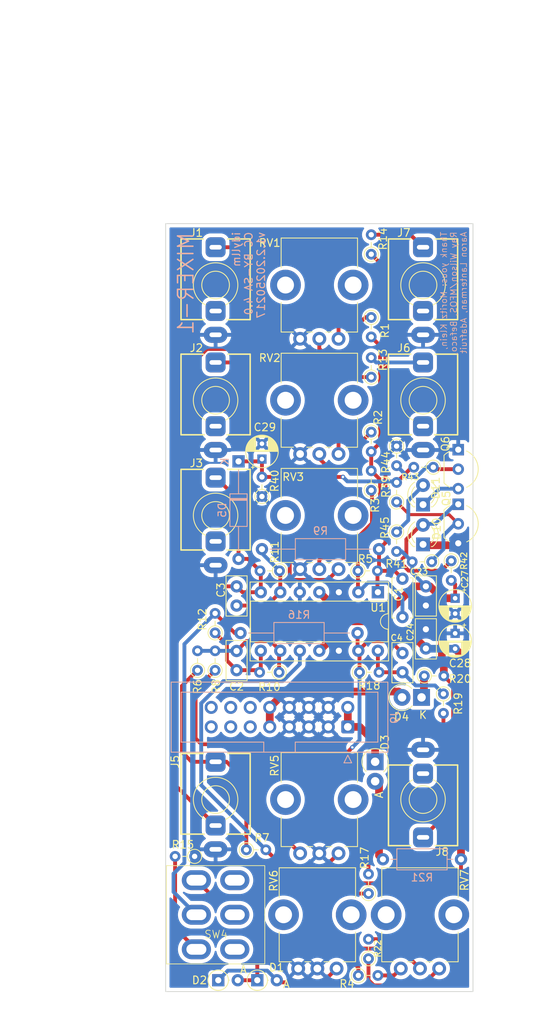
<source format=kicad_pcb>
(kicad_pcb (version 20240108) (generator "pcbnew") (generator_version "8.0")
  (layers (0 "F.Cu" signal) (31 "B.Cu" signal) (34 "B.Paste" user) (35 "F.Paste" user) (36 "B.SilkS" user "B.Silkscreen") (37 "F.SilkS" user "F.Silkscreen") (38 "B.Mask" user) (39 "F.Mask" user) (44 "Edge.Cuts" user))
  (net 0 "")
  (net 1 "Net-(C1-Pad2)")
  (net 2 "Net-(U1A--)")
  (net 3 "Net-(U1C--)")
  (net 4 "Net-(R4-Pad2)")
  (net 5 "Net-(U1B--)")
  (net 6 "Net-(D5-A)")
  (net 7 "Net-(U1D--)")
  (net 8 "Net-(C4-Pad2)")
  (net 9 "+12V")
  (net 10 "GND")
  (net 11 "-12V")
  (net 12 "Net-(D5-K)")
  (net 13 "Net-(D1-A)")
  (net 14 "Net-(D1-K)")
  (net 15 "Net-(D3-A)")
  (net 16 "Net-(D3-K)")
  (net 17 "Net-(D4-K)")
  (net 18 "Net-(D4-A)")
  (net 19 "Net-(R22-Pad1)")
  (net 20 "Net-(J1-PadT)")
  (net 22 "Net-(J2-PadT)")
  (net 25 "Net-(J3-PadT)")
  (net 26 "Net-(J5-PadT)")
  (net 28 "Net-(J6-PadT)")
  (net 29 "Net-(J7-PadT)")
  (net 30 "Net-(J8-PadT)")
  (net 32 "Net-(R2-Pad1)")
  (net 33 "Net-(R3-Pad1)")
  (net 34 "Net-(U1C-+)")
  (net 35 "Net-(R17-Pad1)")
  (net 36 "Net-(SW4A-B)")
  (net 40 "Net-(SW4A-C)")
  (net 41 "Net-(R8-Pad1)")
  (net 42 "Net-(R1-Pad1)")
  (net 43 "Net-(Q6-B)")
  (net 44 "Net-(Q5-B)")
  (net 52 "Net-(D11-K)")
  (net 53 "Net-(D11-A)")
  (net 54 "Net-(D10-A)")
  (net 55 "Net-(C2-Pad2)")
  (footprint "Package_DIP:DIP-14_W7.62mm_Socket" (layer "F.Cu") (at 107.62 78 -90)
    (property "Reference" "U1")
    (property "Value" "TL074")
  )
  (footprint "Audio_Jacks:Jack_3.5mm_QingPu_WQP-PJ301M-12_Vertical" (layer "F.Cu") (at 113.5 105 180)
    (property "Reference" "J8")
    (property "Value" "AudioJack2_SwitchT")
  )
  (footprint "Resistor_THT:R_Axial_DIN0204_L3.6mm_D1.6mm_P2.54mm_Vertical" (layer "F.Cu") (at 106.756 49.988 90)
    (property "Reference" "R13")
    (property "Value" "1k")
  )
  (footprint "Audio_Jacks:Jack_3.5mm_QingPu_WQP-PJ301M-12_Vertical" (layer "F.Cu") (at 113.5 53)
    (property "Reference" "J6")
    (property "Value" "AudioJack2_SwitchT")
  )
  (footprint "Potentiometer_THT:Potentiometer_Bourns_PTV09A-1_Single_Vertical" (layer "F.Cu") (at 115.599 127 90)
    (property "Reference" "RV7")
    (property "Value" "100k")
  )
  (footprint "Resistor_THT:R_Axial_DIN0204_L3.6mm_D1.6mm_P2.54mm_Vertical" (layer "F.Cu") (at 86.436 83.294 90)
    (property "Reference" "R12")
    (property "Value" "100k")
  )
  (footprint "Capacitor_THT:CP_Radial_D4.0mm_P2.00mm" (layer "F.Cu") (at 92.532 60.6626 90)
    (property "Reference" "C29")
    (property "Value" "10u")
  )
  (footprint "Capacitor_THT:C_Disc_D5.0mm_W2.5mm_P5.00mm" (layer "F.Cu") (at 110.82 81.24 90)
    (property "Reference" "C1")
    (property "Value" "22p")
  )
  (footprint "Capacitor_THT:CP_Radial_D4.0mm_P2.00mm" (layer "F.Cu") (at 117.678 78.783401 -90)
    (property "Reference" "C27")
    (property "Value" "10u")
  )
  (footprint "Resistor_THT:R_Axial_DIN0204_L3.6mm_D1.6mm_P2.54mm_Vertical" (layer "F.Cu") (at 114.834 61.722 180)
    (property "Reference" "R43")
    (property "Value" "100k")
  )
  (footprint "Resistor_THT:R_Axial_DIN0204_L3.6mm_D1.6mm_P2.54mm_Vertical" (layer "F.Cu") (at 86.436 88.17 90)
    (property "Reference" "R8")
    (property "Value" "47k")
  )
  (footprint "Audio_Jacks:Jack_3.5mm_QingPu_WQP-PJ301M-12_Vertical" (layer "F.Cu") (at 86.5 68)
    (property "Reference" "J3")
    (property "Value" "AudioJack2_SwitchT")
  )
  (footprint "Resistor_THT:R_Axial_DIN0204_L3.6mm_D1.6mm_P2.54mm_Vertical" (layer "F.Cu") (at 92.532 65.532 90)
    (property "Reference" "R40")
    (property "Value" "47k")
  )
  (footprint "Audio_Jacks:Jack_3.5mm_QingPu_WQP-PJ301M-12_Vertical" (layer "F.Cu") (at 86.5 38)
    (property "Reference" "J1")
    (property "Value" "AudioJack2_SwitchT")
  )
  (footprint "Capacitor_THT:C_Disc_D5.0mm_W2.5mm_P2.50mm" (layer "F.Cu") (at 89.23 79.736 90)
    (property "Reference" "C3")
    (property "Value" "22p")
  )
  (footprint "Audio_Jacks:Jack_3.5mm_QingPu_WQP-PJ301M-12_Vertical" (layer "F.Cu") (at 86.5 105)
    (property "Reference" "J5")
    (property "Value" "AudioJack2_SwitchT")
  )
  (footprint "LED_THT:LED_D3.0mm_Clear" (layer "F.Cu") (at 113.5 71.77 90)
    (property "Reference" "D10")
    (property "Value" "GREEN")
  )
  (footprint "Audio_Jacks:Jack_3.5mm_QingPu_WQP-PJ301M-12_Vertical" (layer "F.Cu") (at 86.5 53)
    (property "Reference" "J2")
    (property "Value" "AudioJack2_SwitchT")
  )
  (footprint "Switches:SW_DPDT_13mm_x_13mm_P5.00mm" (layer "F.Cu") (at 86.5 120)
    (property "Reference" "SW4")
    (property "Value" "SW_DPDT_x2")
  )
  (footprint "Potentiometer_THT:Potentiometer_Bourns_PTV09A-1_Single_Vertical" (layer "F.Cu") (at 102.5 112 90)
    (property "Reference" "RV5")
    (property "Value" "100k")
  )
  (footprint "Resistor_THT:R_Axial_DIN0204_L3.6mm_D1.6mm_P2.54mm_Vertical" (layer "F.Cu") (at 105.232 88.424)
    (property "Reference" "R18")
    (property "Value" "220k")
  )
  (footprint "Resistor_THT:R_Axial_DIN0204_L3.6mm_D1.6mm_P2.54mm_Vertical" (layer "F.Cu") (at 116.154 91.236 -90)
    (property "Reference" "R19")
    (property "Value" "1k")
  )
  (footprint "Package_TO_SOT_THT:TO-92_Inline_Wide" (layer "F.Cu") (at 118.08 59.436 -90)
    (property "Reference" "Q6")
    (property "Value" "2N3904")
  )
  (footprint "Capacitor_THT:C_Disc_D5.0mm_W2.5mm_P2.50mm" (layer "F.Cu") (at 113.868 85.324 90)
    (property "Reference" "C24")
    (property "Value" "100n")
  )
  (footprint "Potentiometer_THT:Potentiometer_Bourns_PTV09A-1_Single_Vertical" (layer "F.Cu") (at 102.5 75 90)
    (property "Reference" "RV3")
    (property "Value" "100k")
  )
  (footprint "Potentiometer_THT:Potentiometer_Bourns_PTV09A-1_Single_Vertical" (layer "F.Cu") (at 102.5 60 90)
    (property "Reference" "RV2")
    (property "Value" "100k")
  )
  (footprint "Audio_Jacks:Jack_3.5mm_QingPu_WQP-PJ301M-12_Vertical" (layer "F.Cu") (at 113.5 38)
    (property "Reference" "J7")
    (property "Value" "AudioJack2_SwitchT")
  )
  (footprint "Resistor_THT:R_Axial_DIN0204_L3.6mm_D1.6mm_P2.54mm_Vertical" (layer "F.Cu") (at 110.058 58.978 -90)
    (property "Reference" "R44")
    (property "Value" "15k")
  )
  (footprint "Resistor_THT:R_Axial_DIN0204_L3.6mm_D1.6mm_P2.54mm_Vertical" (layer "F.Cu") (at 105.08 127.9)
    (property "Reference" "R4")
    (property "Value" "47k")
  )
  (footprint "Resistor_THT:R_Axial_DIN0204_L3.6mm_D1.6mm_P2.54mm_Vertical" (layer "F.Cu") (at 110.058 70.154 -90)
    (property "Reference" "R45")
    (property "Value" "10k")
  )
  (footprint "Resistor_THT:R_Axial_DIN0204_L3.6mm_D1.6mm_P2.54mm_Vertical" (layer "F.Cu") (at 105.028 75.216)
    (property "Reference" "R5")
    (property "Value" "100k")
  )
  (footprint "Resistor_THT:R_Axial_DIN0204_L3.6mm_D1.6mm_P2.54mm_Vertical" (layer "F.Cu") (at 106.756 57.15 -90)
    (property "Reference" "R2")
    (property "Value" "100k")
  )
  (footprint "Diode_THT:D_DO-41_SOD81_P2.54mm_Vertical_AnodeUp" (layer "F.Cu") (at 107.264 100.076 -90)
    (property "Reference" "D3")
    (property "Value" "D_Schottky")
  )
  (footprint "Resistor_THT:R_Axial_DIN0204_L3.6mm_D1.6mm_P2.54mm_Vertical" (layer "F.Cu") (at 113.664 88.9)
    (property "Reference" "R20")
    (property "Value" "10")
  )
  (footprint "Resistor_THT:R_Axial_DIN0204_L3.6mm_D1.6mm_P2.54mm_Vertical" (layer "F.Cu") (at 83.769 112.395 180)
    (property "Reference" "R15")
    (property "Value" "47k")
  )
  (footprint "Resistor_THT:R_Axial_DIN0204_L3.6mm_D1.6mm_P2.54mm_Vertical" (layer "F.Cu") (at 90.5 111.538)
    (property "Reference" "R7")
    (property "Value" "100k")
  )
  (footprint "Potentiometer_THT:Potentiometer_Bourns_PTV09A-1_Single_Vertical" (layer "F.Cu") (at 102.246 127 90)
    (property "Reference" "RV6")
    (property "Value" "50k")
  )
  (footprint "Capacitor_THT:CP_Radial_D4.0mm_P2.00mm" (layer "F.Cu") (at 117.678 83.355401 -90)
    (property "Reference" "C28")
    (property "Value" "10u")
  )
  (footprint "Resistor_THT:R_Axial_DIN0204_L3.6mm_D1.6mm_P2.54mm_Vertical" (layer "F.Cu") (at 117.17 73.914 -90)
    (property "Reference" "R42")
    (property "Value" "22k")
  )
  (footprint "Resistor_THT:R_Axial_DIN0204_L3.6mm_D1.6mm_P2.54mm_Vertical" (layer "F.Cu") (at 84.15 88.17 90)
    (property "Reference" "R6")
    (property "Value" "100k")
  )
  (footprint "Resistor_THT:R_Axial_DIN0204_L3.6mm_D1.6mm_P2.54mm_Vertical" (layer "F.Cu") (at 106.4 117.24 90)
    (property "Reference" "R17")
    (property "Value" "220k")
  )
  (footprint "Diode_THT:D_DO-35_SOD27_P2.54mm_Vertical_AnodeUp" (layer "F.Cu") (at 86.845686 128.524)
    (property "Reference" "D2")
    (property "Value" "1N4148")
  )
  (footprint "Diode_THT:D_DO-41_SOD81_P2.54mm_Vertical_KathodeUp" (layer "F.Cu") (at 113.304234 91.694 180)
    (property "Reference" "D4")
    (property "Value" "D_Schottky")
  )
  (footprint "Capacitor_THT:C_Disc_D5.0mm_W2.5mm_P2.50mm" (layer "F.Cu") (at 89.23 85.65 -90)
    (property "Reference" "C2")
    (property "Value" "22p")
  )
  (footprint "Resistor_THT:R_Axial_DIN0204_L3.6mm_D1.6mm_P2.54mm_Vertical" (layer "F.Cu") (at 94.818 75.216 180)
    (property "Reference" "R11")
    (property "Value" "100k")
  )
  (footprint "Resistor_THT:R_Axial_DIN0204_L3.6mm_D1.6mm_P2.54mm_Vertical" (layer "F.Cu") (at 106.756 42.214 -90)
    (property "Reference" "R1")
    (property "Value" "100k")
  )
  (footprint "Capacitor_THT:C_Disc_D5.0mm_W2.5mm_P2.50mm" (layer "F.Cu") (at 110.82 85.924 -90)
    (property "Reference" "C4")
    (property "Value" "22p")
  )
  (footprint "Diode_THT:D_DO-35_SOD27_P2.54mm_Vertical_AnodeUp" (layer "F.Cu") (at 91.925686 128.524)
    (property "Reference" "D1")
    (property "Value" "1N4148")
  )
  (footprint "Package_TO_SOT_THT:TO-92_Inline_Wide" (layer "F.Cu") (at 118.08 66.548 -90)
    (property "Reference" "Q5")
    (property "Value" "2N3906")
  )
  (footprint "Resistor_THT:R_Axial_DIN0204_L3.6mm_D1.6mm_P2.54mm_Vertical" (layer "F.Cu") (at 106.756 64.72 90)
    (property "Reference" "R3")
    (property "Value" "100k")
  )
  (footprint "LED_THT:LED_D3.0mm_Clear" (layer "F.Cu") (at 113.5 66.59 90)
    (property "Reference" "D11")
    (property "Value" "RED")
  )
  (footprint "Resistor_THT:R_Axial_DIN0204_L3.6mm_D1.6mm_P2.54mm_Vertical" (layer "F.Cu") (at 110.058 66.244 90)
    (property "Reference" "R39")
    (property "Value" "100k")
  )
  (footprint "Potentiometer_THT:Potentiometer_Bourns_PTV09A-1_Single_Vertical" (layer "F.Cu") (at 102.5 45 90)
    (property "Reference" "RV1")
    (property "Value" "100k")
  )
  (footprint "Resistor_THT:R_Axial_DIN0204_L3.6mm_D1.6mm_P2.54mm_Vertical" (layer "F.Cu") (at 106.756 33.986 90)
    (property "Reference" "R14")
    (property "Value" "1k")
  )
  (footprint "Capacitor_THT:C_Disc_D5.0mm_W2.5mm_P2.50mm" (layer "F.Cu") (at 113.868 79.736 90)
    (property "Reference" "C23")
    (property "Value" "100n")
  )
  (footprint "Resistor_THT:R_Axial_DIN0204_L3.6mm_D1.6mm_P2.54mm_Vertical" (layer "F.Cu") (at 114.63 74.041 180)
    (property "Reference" "R41")
    (property "Value" "2M2")
  )
  (footprint "Resistor_THT:R_Axial_DIN0204_L3.6mm_D1.6mm_P2.54mm_Vertical" (layer "F.Cu") (at 106.4 125.72 90)
    (property "Reference" "R22")
    (property "Value" "47k")
  )
  (footprint "Resistor_THT:R_Axial_DIN0204_L3.6mm_D1.6mm_P2.54mm_Vertical" (layer "F.Cu") (at 94.768 88.424 180)
    (property "Reference" "R10")
    (property "Value" "100k")
  )
  (footprint "Resistor_THT:R_Axial_DIN0207_L6.3mm_D2.5mm_P15.24mm_Horizontal" (layer "B.Cu") (at 107.772 72.39 180)
    (property "Reference" "R9")
    (property "Value" "100k")
  )
  (footprint "Connector_IDC:IDC-Header_2x08_P2.54mm_Vertical" (layer "B.Cu") (at 103.708 95.536 90)
    (property "Reference" "J9")
    (property "Value" "Conn_02x08_Odd_Even")
  )
  (footprint "Resistor_THT:R_Axial_DIN0207_L6.3mm_D2.5mm_P10.16mm_Horizontal" (layer "B.Cu") (at 108.28 112.776)
    (property "Reference" "R21")
    (property "Value" "10")
  )
  (footprint "Diode_THT:D_DO-35_SOD27_P12.70mm_Horizontal" (layer "B.Cu") (at 89.484 60.96 -90)
    (property "Reference" "D5")
    (property "Value" "1N4148")
  )
  (footprint "Resistor_THT:R_Axial_DIN0207_L6.3mm_D2.5mm_P15.24mm_Horizontal" (layer "B.Cu") (at 104.978 83.312 180)
    (property "Reference" "R16")
    (property "Value" "47k")
  )
  (gr_rect (start 80 30) (end 120 130) (stroke (width 0.1)) (fill none) (layer "Edge.Cuts"))
  (gr_text "Thank yous: Moritz Klein, \nRay Wilson/MFOS, Befaco,\nAaron Lanterman, Adafruit" (at 119.25 31 90) (layer "B.SilkS") (effects (font (size 0.8 0.8) (thickness 0.1)) (justify left bottom mirror)))
  (gr_text "MIXER-1" (at 83.8 31 90) (layer "B.SilkS") (effects (font (size 2 2) (thickness 0.2)) (justify left bottom mirror)))
  (gr_text "idyllm\nCC BY-SA 4.0 \nv1.2.20250217" (at 93 31 90) (layer "B.SilkS") (effects (font (size 1 1)) (justify left bottom mirror)))
  (segment (start 107.568 77.948) (end 107.62 78) (width 0.5) (layer "F.Cu") (net 1))
  (segment (start 107.568 75.216) (end 107.568 77.948) (width 0.5) (layer "F.Cu") (net 1))
  (segment (start 108.606 35.836) (end 106.756 33.986) (width 0.5) (layer "F.Cu") (net 1))
  (segment (start 107.772 72.39) (end 107.772 75.012) (width 0.5) (layer "F.Cu") (net 1))
  (segment (start 107.568 72.594) (end 107.772 72.39) (width 0.5) (layer "F.Cu") (net 1))
  (segment (start 107.568 75.216) (end 109.796 75.216) (width 0.5) (layer "F.Cu") (net 1))
  (segment (start 107.772 72.39) (end 108.606 71.556) (width 0.5) (layer "F.Cu") (net 1))
  (segment (start 107.772 75.012) (end 107.568 75.216) (width 0.5) (layer "F.Cu") (net 1))
  (segment (start 109.796 75.216) (end 110.82 76.24) (width 0.5) (layer "F.Cu") (net 1))
  (segment (start 108.606 71.556) (end 108.606 35.836) (width 0.5) (layer "F.Cu") (net 1))
  (segment (start 105.028 75.216) (end 105.028 77.948) (width 0.5) (layer "F.Cu") (net 2))
  (segment (start 107.906 45.904) (end 106.756 44.754) (width 0.5) (layer "F.Cu") (net 2))
  (segment (start 105.028 77.948) (end 105.08 78) (width 0.5) (layer "F.Cu") (net 2))
  (segment (start 106.756 59.69) (end 107.906 58.54) (width 0.5) (layer "F.Cu") (net 2))
  (segment (start 107.906 69.462) (end 107.906 63.33) (width 0.5) (layer "F.Cu") (net 2))
  (segment (start 107.906 63.33) (end 106.756 62.18) (width 0.5) (layer "F.Cu") (net 2))
  (segment (start 105.028 75.216) (end 105.028 72.34) (width 0.5) (layer "F.Cu") (net 2))
  (segment (start 105.028 72.34) (end 107.906 69.462) (width 0.5) (layer "F.Cu") (net 2))
  (segment (start 106.756 62.18) (end 106.756 59.69) (width 0.5) (layer "F.Cu") (net 2))
  (segment (start 107.906 58.54) (end 107.906 45.904) (width 0.5) (layer "F.Cu") (net 2))
  (segment (start 108.87 76.75) (end 110.82 78.7) (width 0.5) (layer "B.Cu") (net 2))
  (segment (start 105.08 78) (end 106.33 76.75) (width 0.5) (layer "B.Cu") (net 2))
  (segment (start 106.33 76.75) (end 108.87 76.75) (width 0.5) (layer "B.Cu") (net 2))
  (segment (start 110.82 78.7) (end 110.82 81.24) (width 0.5) (layer "B.Cu") (net 2))
  (segment (start 89.23 85.65) (end 90.51 84.37) (width 0.5) (layer "F.Cu") (net 3))
  (segment (start 94.768 88.424) (end 94.768 85.772) (width 0.5) (layer "F.Cu") (net 3))
  (segment (start 93.67 84.37) (end 94.92 85.62) (width 0.5) (layer "F.Cu") (net 3))
  (segment (start 90.51 84.37) (end 93.67 84.37) (width 0.5) (layer "F.Cu") (net 3))
  (segment (start 94.768 85.772) (end 94.92 85.62) (width 0.5) (layer "F.Cu") (net 3))
  (segment (start 84.15 85.63) (end 86.436 85.63) (width 0.5) (layer "B.Cu") (net 3))
  (segment (start 89.21 85.63) (end 89.23 85.65) (width 0.5) (layer "B.Cu") (net 3))
  (segment (start 86.436 85.63) (end 89.21 85.63) (width 0.5) (layer "B.Cu") (net 3))
  (segment (start 109.699 127.9) (end 110.599 127) (width 0.5) (layer "F.Cu") (net 4))
  (segment (start 107.72 127.9) (end 109.699 127.9) (width 0.5) (layer "F.Cu") (net 4))
  (segment (start 94.92 75.318) (end 94.818 75.216) (width 0.5) (layer "F.Cu") (net 5))
  (segment (start 93.184 79.736) (end 94.92 78) (width 0.5) (layer "F.Cu") (net 5))
  (segment (start 89.23 79.736) (end 93.184 79.736) (width 0.5) (layer "F.Cu") (net 5))
  (segment (start 94.92 78) (end 94.92 75.318) (width 0.5) (layer "F.Cu") (net 5))
  (segment (start 92.532 72.93) (end 94.818 75.216) (width 0.5) (layer "B.Cu") (net 5))
  (segment (start 92.532 72.39) (end 92.532 72.93) (width 0.5) (layer "B.Cu") (net 5))
  (segment (start 86.5 108.38) (end 80.848 102.728) (width 0.5) (layer "F.Cu") (net 6))
  (segment (start 90.722 73.66) (end 92.278 75.216) (width 0.5) (layer "F.Cu") (net 6))
  (segment (start 95.01995 46.33) (end 85.37 46.33) (width 0.5) (layer "F.Cu") (net 6))
  (segment (start 83.9 64.3) (end 85.1 65.5) (width 0.5) (layer "F.Cu") (net 6))
  (segment (start 83.9 47.8) (end 83.9 64.3) (width 0.5) (layer "F.Cu") (net 6))
  (segment (start 87.23 77.236) (end 89.23 77.236) (width 0.5) (layer "F.Cu") (net 6))
  (segment (start 92.38 78) (end 89.994 78) (width 0.5) (layer "F.Cu") (net 6))
  (segment (start 89.484 73.66) (end 90.722 73.66) (width 0.5) (layer "F.Cu") (net 6))
  (segment (start 85.37 46.33) (end 83.9 47.8) (width 0.5) (layer "F.Cu") (net 6))
  (segment (start 98.67795 49.988) (end 95.01995 46.33) (width 0.5) (layer "F.Cu") (net 6))
  (segment (start 106.756 49.988) (end 98.67795 49.988) (width 0.5) (layer "F.Cu") (net 6))
  (segment (start 87.2 65.5) (end 89.484 67.784) (width 0.5) (layer "F.Cu") (net 6))
  (segment (start 80.848 83.618) (end 87.23 77.236) (width 0.5) (layer "F.Cu") (net 6))
  (segment (start 85.1 65.5) (end 87.2 65.5) (width 0.5) (layer "F.Cu") (net 6))
  (segment (start 92.38 78) (end 92.38 75.318) (width 0.5) (layer "F.Cu") (net 6))
  (segment (start 80.848 102.728) (end 80.848 83.618) (width 0.5) (layer "F.Cu") (net 6))
  (segment (start 92.38 75.318) (end 92.278 75.216) (width 0.5) (layer "F.Cu") (net 6))
  (segment (start 89.484 67.784) (end 89.484 73.66) (width 0.5) (layer "F.Cu") (net 6))
  (segment (start 89.994 78) (end 89.23 77.236) (width 0.5) (layer "F.Cu") (net 6))
  (segment (start 106.33 84.37) (end 105.08 85.62) (width 0.5) (layer "F.Cu") (net 7))
  (segment (start 104.978 83.312) (end 104.978 85.518) (width 0.5) (layer "F.Cu") (net 7))
  (segment (start 105.232 88.424) (end 105.232 85.772) (width 0.5) (layer "F.Cu") (net 7))
  (segment (start 101.2 101.3) (end 104.3 98.2) (width 0.5) (layer "F.Cu") (net 7))
  (segment (start 105.232 85.772) (end 105.08 85.62) (width 0.5) (layer "F.Cu") (net 7))
  (segment (start 110.82 85.924) (end 109.266 84.37) (width 0.5) (layer "F.Cu") (net 7))
  (segment (start 104.978 85.518) (end 105.08 85.62) (width 0.5) (layer "F.Cu") (net 7))
  (segment (start 106.4 112) (end 101.2 106.8) (width 0.5) (layer "F.Cu") (net 7))
  (segment (start 109.266 84.37) (end 106.33 84.37) (width 0.5) (layer "F.Cu") (net 7))
  (segment (start 106.4 114.7) (end 106.4 112) (width 0.5) (layer "F.Cu") (net 7))
  (segment (start 101.2 106.8) (end 101.2 101.3) (width 0.5) (layer "F.Cu") (net 7))
  (via (at 104.3 98.2) (size 0.6) (drill 0.3) (layers "F.Cu" "B.Cu") (net 7))
  (segment (start 105.232 97.268) (end 105.232 88.424) (width 0.5) (layer "B.Cu") (net 7))
  (segment (start 104.3 98.2) (end 105.232 97.268) (width 0.5) (layer "B.Cu") (net 7))
  (segment (start 107.62 88.272) (end 107.772 88.424) (width 0.5) (layer "F.Cu") (net 8))
  (segment (start 110.82 88.424) (end 107.772 88.424) (width 0.5) (layer "F.Cu") (net 8))
  (segment (start 107.62 85.62) (end 107.62 88.272) (width 0.5) (layer "F.Cu") (net 8))
  (segment (start 116.154 91.236) (end 115.062 90.144) (width 0.5) (layer "B.Cu") (net 8))
  (segment (start 115.062 90.144) (end 112.54 90.144) (width 0.5) (layer "B.Cu") (net 8))
  (segment (start 112.54 90.144) (end 110.82 88.424) (width 0.5) (layer "B.Cu") (net 8))
  (segment (start 100.4 122.2) (end 100.4 117.8) (width 0.5) (layer "F.Cu") (net 9))
  (segment (start 115.943401 78.783401) (end 117.678 78.783401) (width 1) (layer "F.Cu") (net 9))
  (segment (start 117.424 110.17732) (end 117.424 90.12) (width 0.5) (layer "F.Cu") (net 9))
  (segment (start 105.08 127.8) (end 105.08 126.88) (width 0.5) (layer "F.Cu") (net 9))
  (segment (start 114.396 77.236) (end 115.943401 78.783401) (width 1) (layer "F.Cu") (net 9))
  (segment (start 115.943401 78.783401) (end 115.943401 86.911401) (width 1) (layer "F.Cu") (net 9))
  (segment (start 117.17 76.454) (end 117.678 76.962) (width 0.5) (layer "F.Cu") (net 9))
  (segment (start 100 78) (end 102.264 80.264) (width 1) (layer "F.Cu") (net 9))
  (segment (start 115.943401 86.911401) (end 116.204 87.172) (width 1) (layer "F.Cu") (net 9))
  (segment (start 102.264 80.264) (end 109.296 80.264) (width 1) (layer "F.Cu") (net 9))
  (segment (start 105.08 126.88) (end 100.4 122.2) (width 0.5) (layer "F.Cu") (net 9))
  (segment (start 105.18 127.9) (end 105.08 127.8) (width 0.5) (layer "F.Cu") (net 9))
  (segment (start 117.424 90.12) (end 116.204 88.9) (width 0.5) (layer "F.Cu") (net 9))
  (segment (start 113.868 77.236) (end 114.396 77.236) (width 1) (layer "F.Cu") (net 9))
  (segment (start 102.3 115.9) (end 111.70132 115.9) (width 0.5) (layer "F.Cu") (net 9))
  (segment (start 111.70132 115.9) (end 117.424 110.17732) (width 0.5) (layer "F.Cu") (net 9))
  (segment (start 116.204 87.172) (end 116.204 88.9) (width 1) (layer "F.Cu") (net 9))
  (segment (start 109.296 80.264) (end 112.324 77.236) (width 1) (layer "F.Cu") (net 9))
  (segment (start 112.324 77.236) (end 113.868 77.236) (width 1) (layer "F.Cu") (net 9))
  (segment (start 100.4 117.8) (end 102.3 115.9) (width 0.5) (layer "F.Cu") (net 9))
  (segment (start 117.678 76.962) (end 117.678 78.783401) (width 0.5) (layer "F.Cu") (net 9))
  (segment (start 110.743 72.694) (end 112.09 74.041) (width 0.5) (layer "B.Cu") (net 9))
  (segment (start 112.09 74.041) (end 112.09 75.458) (width 0.5) (layer "B.Cu") (net 9))
  (segment (start 112.09 75.458) (end 113.868 77.236) (width 0.5) (layer "B.Cu") (net 9))
  (segment (start 110.058 72.694) (end 110.743 72.694) (width 0.5) (layer "B.Cu") (net 9))
  (segment (start 117.826 71.882) (end 118.08 71.628) (width 1) (layer "F.Cu") (net 10))
  (segment (start 113.614 71.882) (end 117.826 71.882) (width 1) (layer "F.Cu") (net 10))
  (segment (start 108.026 83.058) (end 111.602 83.058) (width 1) (layer "F.Cu") (net 11))
  (segment (start 118.44 114.96) (end 118.44 112.776) (width 0.5) (layer "F.Cu") (net 11))
  (segment (start 106.756 81.788) (end 108.026 83.058) (width 1) (layer "F.Cu") (net 11))
  (segment (start 111.602 83.058) (end 113.868 85.324) (width 1) (layer "F.Cu") (net 11))
  (segment (start 100 85.62) (end 103.832 81.788) (width 1) (layer "F.Cu") (net 11))
  (segment (start 106.4 123.18) (end 110.22 123.18) (width 0.5) (layer "F.Cu") (net 11))
  (segment (start 118.44 86.117401) (end 118.44 112.776) (width 1) (layer "F.Cu") (net 11))
  (segment (start 117.678 85.355401) (end 118.44 86.117401) (width 1) (layer "F.Cu") (net 11))
  (segment (start 103.832 81.788) (end 106.756 81.788) (width 1) (layer "F.Cu") (net 11))
  (segment (start 110.22 123.18) (end 118.44 114.96) (width 0.5) (layer "F.Cu") (net 11))
  (segment (start 113.899401 85.355401) (end 113.868 85.324) (width 1) (layer "B.Cu") (net 11))
  (segment (start 117.678 85.355401) (end 113.899401 85.355401) (width 1) (layer "B.Cu") (net 11))
  (segment (start 112.294 61.722) (end 112.04 61.722) (width 0.5) (layer "F.Cu") (net 12))
  (segment (start 92.2346 60.96) (end 92.532 60.6626) (width 0.5) (layer "F.Cu") (net 12))
  (segment (start 89.484 60.96) (end 92.2346 60.96) (width 0.5) (layer "F.Cu") (net 12))
  (segment (start 92.532 62.992) (end 92.532 60.6626) (width 0.5) (layer "F.Cu") (net 12))
  (segment (start 112.244 61.672) (end 112.294 61.722) (width 0.5) (layer "F.Cu") (net 12))
  (segment (start 112.04 61.722) (end 110.058 63.704) (width 0.5) (layer "F.Cu") (net 12))
  (segment (start 92.532 62.992) (end 103.073 62.992) (width 0.5) (layer "F.Cu") (net 12))
  (via (at 103.073 62.992) (size 0.6) (drill 0.3) (layers "F.Cu" "B.Cu") (net 12))
  (segment (start 103.651 63.57) (end 103.073 62.992) (width 0.5) (layer "B.Cu") (net 12))
  (segment (start 110.058 63.704) (end 109.924 63.57) (width 0.5) (layer "B.Cu") (net 12))
  (segment (start 109.924 63.57) (end 103.651 63.57) (width 0.5) (layer "B.Cu") (net 12))
  (segment (start 100.446 128.8) (end 102.246 127) (width 0.5) (layer "F.Cu") (net 13))
  (segment (start 94.465686 128.524) (end 94.741686 128.8) (width 0.5) (layer "F.Cu") (net 13))
  (segment (start 94.741686 128.8) (end 100.446 128.8) (width 0.5) (layer "F.Cu") (net 13))
  (segment (start 93.215686 127.274) (end 94.465686 128.524) (width 0.5) (layer "B.Cu") (net 13))
  (segment (start 88.095686 127.274) (end 93.215686 127.274) (width 0.5) (layer "B.Cu") (net 13))
  (segment (start 86.845686 128.524) (end 88.095686 127.274) (width 0.5) (layer "B.Cu") (net 13))
  (segment (start 91.925686 128.524) (end 91.925686 119.175686) (width 0.5) (layer "F.Cu") (net 14))
  (segment (start 91.925686 128.524) (end 89.385686 128.524) (width 0.5) (layer "F.Cu") (net 14))
  (segment (start 86.25 117.75) (end 84 115.5) (width 0.5) (layer "F.Cu") (net 14))
  (segment (start 91.925686 119.175686) (end 90.5 117.75) (width 0.5) (layer "F.Cu") (net 14))
  (segment (start 90.5 117.75) (end 86.25 117.75) (width 0.5) (layer "F.Cu") (net 14))
  (segment (start 107.772 103.124) (end 107.264 102.616) (width 1) (layer "F.Cu") (net 15))
  (segment (start 107.772 112.268) (end 107.772 103.124) (width 1) (layer "F.Cu") (net 15))
  (segment (start 108.28 112.776) (end 107.772 112.268) (width 1) (layer "F.Cu") (net 15))
  (segment (start 107.264 97.536) (end 107.264 100.076) (width 1) (layer "F.Cu") (net 16))
  (segment (start 105.264 95.536) (end 107.264 97.536) (width 1) (layer "F.Cu") (net 16))
  (segment (start 103.708 95.536) (end 105.264 95.536) (width 1) (layer "F.Cu") (net 16))
  (segment (start 103.708 92.996) (end 103.708 95.536) (width 1) (layer "F.Cu") (net 16))
  (segment (start 113.614 88.95) (end 113.664 88.9) (width 1) (layer "F.Cu") (net 17))
  (segment (start 113.614 91.694) (end 113.614 88.95) (width 1) (layer "F.Cu") (net 17))
  (segment (start 93.548 92.996) (end 93.548 95.536) (width 1) (layer "F.Cu") (net 18))
  (segment (start 111.074 91.694) (end 110.312 90.932) (width 1) (layer "F.Cu") (net 18))
  (segment (start 95.612 90.932) (end 93.548 92.996) (width 1) (layer "F.Cu") (net 18))
  (segment (start 110.312 90.932) (end 95.612 90.932) (width 1) (layer "F.Cu") (net 18))
  (segment (start 113.399 129.2) (end 115.599 127) (width 0.5) (layer "F.Cu") (net 19))
  (segment (start 106.4 128.5) (end 107.1 129.2) (width 0.5) (layer "F.Cu") (net 19))
  (segment (start 106.4 125.72) (end 106.4 128.5) (width 0.5) (layer "F.Cu") (net 19))
  (segment (start 107.1 129.2) (end 113.399 129.2) (width 0.5) (layer "F.Cu") (net 19))
  (segment (start 102.5 40.6) (end 94.98 33.08) (width 0.5) (layer "F.Cu") (net 20))
  (segment (start 102.5 45) (end 102.5 40.6) (width 0.5) (layer "F.Cu") (net 20))
  (segment (start 94.98 33.08) (end 86.5 33.08) (width 0.5) (layer "F.Cu") (net 20))
  (segment (start 94.88 48.08) (end 86.5 48.08) (width 0.5) (layer "F.Cu") (net 22))
  (segment (start 102.5 60) (end 102.5 55.7) (width 0.5) (layer "F.Cu") (net 22))
  (segment (start 102.5 55.7) (end 94.88 48.08) (width 0.5) (layer "F.Cu") (net 22))
  (segment (start 86.58 63.08) (end 86.5 63.08) (width 0.5) (layer "F.Cu") (net 25))
  (segment (start 96.15 75.95) (end 96.15 72.65) (width 0.5) (layer "F.Cu") (net 25))
  (segment (start 96.6 76.4) (end 96.15 75.95) (width 0.5) (layer "F.Cu") (net 25))
  (segment (start 102.5 75) (end 101.1 76.4) (width 0.5) (layer "F.Cu") (net 25))
  (segment (start 101.1 76.4) (end 96.6 76.4) (width 0.5) (layer "F.Cu") (net 25))
  (segment (start 96.15 72.65) (end 86.58 63.08) (width 0.5) (layer "F.Cu") (net 25))
  (segment (start 87.932 100.08) (end 90.5 102.648) (width 0.5) (layer "F.Cu") (net 26))
  (segment (start 84.15 88.17) (end 82.118 90.202) (width 0.5) (layer "F.Cu") (net 26))
  (segment (start 86.5 100.08) (end 87.932 100.08) (width 0.5) (layer "F.Cu") (net 26))
  (segment (start 82.118 90.202) (end 82.118 98.806) (width 0.5) (layer "F.Cu") (net 26))
  (segment (start 83.392 100.08) (end 86.5 100.08) (width 0.5) (layer "F.Cu") (net 26))
  (segment (start 82.118 98.806) (end 83.392 100.08) (width 0.5) (layer "F.Cu") (net 26))
  (segment (start 90.5 102.648) (end 90.5 111.538) (width 0.5) (layer "F.Cu") (net 26))
  (segment (start 113.5 48.08) (end 107.388 48.08) (width 0.5) (layer "B.Cu") (net 28))
  (segment (start 107.388 48.08) (end 106.756 47.448) (width 0.5) (layer "B.Cu") (net 28))
  (segment (start 106.756 31.446) (end 111.866 31.446) (width 0.5) (layer "F.Cu") (net 29))
  (segment (start 111.866 31.446) (end 113.5 33.08) (width 0.5) (layer "F.Cu") (net 29))
  (segment (start 113.5 109.92) (end 116.154 107.266) (width 0.5) (layer "F.Cu") (net 30))
  (segment (start 116.154 107.266) (end 116.154 93.776) (width 0.5) (layer "F.Cu") (net 30))
  (segment (start 104.7 59.206) (end 104.7 60.9) (width 0.5) (layer "F.Cu") (net 32))
  (segment (start 101.1 61.7) (end 100 60.6) (width 0.5) (layer "F.Cu") (net 32))
  (segment (start 103.9 61.7) (end 101.1 61.7) (width 0.5) (layer "F.Cu") (net 32))
  (segment (start 104.7 60.9) (end 103.9 61.7) (width 0.5) (layer "F.Cu") (net 32))
  (segment (start 100 60.6) (end 100 60) (width 0.5) (layer "F.Cu") (net 32))
  (segment (start 106.756 57.15) (end 104.7 59.206) (width 0.5) (layer "F.Cu") (net 32))
  (segment (start 102.184 71.628) (end 104.236824 71.628) (width 0.5) (layer "F.Cu") (net 33))
  (segment (start 100 73.812) (end 102.184 71.628) (width 0.5) (layer "F.Cu") (net 33))
  (segment (start 106.85 69.014824) (end 106.85 64.814) (width 0.5) (layer "F.Cu") (net 33))
  (segment (start 100 75) (end 100 73.812) (width 0.5) (layer "F.Cu") (net 33))
  (segment (start 104.236824 71.628) (end 106.85 69.014824) (width 0.5) (layer "F.Cu") (net 33))
  (segment (start 106.85 64.814) (end 106.756 64.72) (width 0.5) (layer "F.Cu") (net 33))
  (segment (start 100.5 114) (end 102.5 112) (width 0.5) (layer "F.Cu") (net 34))
  (segment (start 93.04 111.538) (end 95.502 114) (width 0.5) (layer "F.Cu") (net 34))
  (segment (start 95.502 114) (end 100.5 114) (width 0.5) (layer "F.Cu") (net 34))
  (segment (start 84.628 92.457522) (end 87.511522 89.574) (width 0.5) (layer "B.Cu") (net 34))
  (segment (start 84.628 103.126) (end 84.628 92.457522) (width 0.5) (layer "B.Cu") (net 34))
  (segment (start 95.244346 89.574) (end 97.46 87.358346) (width 0.5) (layer "B.Cu") (net 34))
  (segment (start 93.04 111.538) (end 84.628 103.126) (width 0.5) (layer "B.Cu") (net 34))
  (segment (start 97.46 87.358346) (end 97.46 85.62) (width 0.5) (layer "B.Cu") (net 34))
  (segment (start 87.511522 89.574) (end 95.244346 89.574) (width 0.5) (layer "B.Cu") (net 34))
  (segment (start 101.4 118.6) (end 101.4 121.2) (width 0.5) (layer "F.Cu") (net 35))
  (segment (start 110.499 124.4) (end 113.099 127) (width 0.5) (layer "F.Cu") (net 35))
  (segment (start 101.4 121.2) (end 104.6 124.4) (width 0.5) (layer "F.Cu") (net 35))
  (segment (start 106.4 117.24) (end 102.76 117.24) (width 0.5) (layer "F.Cu") (net 35))
  (segment (start 104.6 124.4) (end 110.499 124.4) (width 0.5) (layer "F.Cu") (net 35))
  (segment (start 102.76 117.24) (end 101.4 118.6) (width 0.5) (layer "F.Cu") (net 35))
  (segment (start 89.738 83.312) (end 88.994 83.312) (width 0.5) (layer "F.Cu") (net 36))
  (segment (start 88.994 83.312) (end 86.436 80.754) (width 0.5) (layer "F.Cu") (net 36))
  (segment (start 81.026 114.6555) (end 82.442 113.2395) (width 0.5) (layer "B.Cu") (net 36))
  (segment (start 82.442 113.2395) (end 82.442 84.748) (width 0.5) (layer "B.Cu") (net 36))
  (segment (start 84 120) (end 81.026 117.026) (width 0.5) (layer "B.Cu") (net 36))
  (segment (start 82.442 84.748) (end 86.436 80.754) (width 0.5) (layer "B.Cu") (net 36))
  (segment (start 81.026 117.026) (end 81.026 114.6555) (width 0.5) (layer "B.Cu") (net 36))
  (segment (start 81.229 112.395) (end 81.229 121.729) (width 0.5) (layer "F.Cu") (net 40))
  (segment (start 81.229 121.729) (end 84 124.5) (width 0.5) (layer "F.Cu") (net 40))
  (segment (start 83.896 90.71) (end 83.896 97.028) (width 0.5) (layer "F.Cu") (net 41))
  (segment (start 87.706 97.79) (end 92.278 102.362) (width 0.5) (layer "F.Cu") (net 41))
  (segment (start 83.896 97.028) (end 84.658 97.79) (width 0.5) (layer "F.Cu") (net 41))
  (segment (start 84.658 97.79) (end 87.706 97.79) (width 0.5) (layer "F.Cu") (net 41))
  (segment (start 86.436 88.17) (end 83.896 90.71) (width 0.5) (layer "F.Cu") (net 41))
  (segment (start 92.278 106.778) (end 97.5 112) (width 0.5) (layer "F.Cu") (net 41))
  (segment (start 92.278 102.362) (end 92.278 106.778) (width 0.5) (layer "F.Cu") (net 41))
  (segment (start 106 42.2) (end 104.8 43.4) (width 0.5) (layer "F.Cu") (net 42))
  (segment (start 103.6 47.1) (end 100.8 47.1) (width 0.5) (layer "F.Cu") (net 42))
  (segment (start 100.8 47.1) (end 100 46.3) (width 0.5) (layer "F.Cu") (net 42))
  (segment (start 104.8 43.4) (end 104.8 45.9) (width 0.5) (layer "F.Cu") (net 42))
  (segment (start 106.756 42.214) (end 106.742 42.2) (width 0.5) (layer "F.Cu") (net 42))
  (segment (start 104.8 45.9) (end 103.6 47.1) (width 0.5) (layer "F.Cu") (net 42))
  (segment (start 106.742 42.2) (end 106 42.2) (width 0.5) (layer "F.Cu") (net 42))
  (segment (start 100 46.3) (end 100 45) (width 0.5) (layer "F.Cu") (net 42))
  (segment (start 118.08 61.976) (end 115.088 61.976) (width 0.5) (layer "F.Cu") (net 43))
  (segment (start 115.088 61.976) (end 114.834 61.722) (width 0.5) (layer "F.Cu") (net 43))
  (segment (start 112.650346 62.992) (end 111.532 62.992) (width 0.5) (layer "B.Cu") (net 43))
  (segment (start 111.532 62.992) (end 110.058 61.518) (width 0.5) (layer "B.Cu") (net 43))
  (segment (start 114.834 61.722) (end 113.920346 61.722) (width 0.5) (layer "B.Cu") (net 43))
  (segment (start 113.920346 61.722) (end 112.650346 62.992) (width 0.5) (layer "B.Cu") (net 43))
  (segment (start 116.8862 67.8942) (end 118.08 69.088) (width 0.4) (layer "F.Cu") (net 44))
  (segment (start 111.7082 67.8942) (end 116.8862 67.8942) (width 0.4) (layer "F.Cu") (net 44))
  (segment (start 110.058 66.244) (end 111.7082 67.8942) (width 0.4) (layer "F.Cu") (net 44))
  (segment (start 116.154 70.612) (end 116.154 72.39) (width 0.5) (layer "B.Cu") (net 44))
  (segment (start 118.08 69.088) (end 117.678 69.088) (width 0.5) (layer "B.Cu") (net 44))
  (segment (start 116.154 72.39) (end 114.63 73.914) (width 0.5) (layer "B.Cu") (net 44))
  (segment (start 117.678 69.088) (end 116.154 70.612) (width 0.5) (layer "B.Cu") (net 44))
  (segment (start 115.651 64.516) (end 113.614 66.553) (width 0.5) (layer "B.Cu") (net 52))
  (segment (start 118.08 64.516) (end 115.651 64.516) (width 0.5) (layer "B.Cu") (net 52))
  (segment (start 111.582 66.045) (end 111.582 68.63) (width 0.5) (layer "B.Cu") (net 53))
  (segment (start 113.614 64.013) (end 111.582 66.045) (width 0.5) (layer "B.Cu") (net 53))
  (segment (start 111.582 68.63) (end 110.058 70.154) (width 0.5) (layer "B.Cu") (net 53))
  (segment (start 115.893 75.191) (end 111.613654 75.191) (width 0.5) (layer "F.Cu") (net 54))
  (segment (start 111.328 73.152) (end 111.328 71.12) (width 0.5) (layer "F.Cu") (net 54))
  (segment (start 110.82 73.66) (end 111.328 73.152) (width 0.5) (layer "F.Cu") (net 54))
  (segment (start 117.17 73.914) (end 115.893 75.191) (width 0.5) (layer "F.Cu") (net 54))
  (segment (start 111.613654 75.191) (end 110.82 74.397346) (width 0.5) (layer "F.Cu") (net 54))
  (segment (start 110.82 74.397346) (end 110.82 73.66) (width 0.5) (layer "F.Cu") (net 54))
  (segment (start 111.328 71.12) (end 113.106 69.342) (width 0.5) (layer "F.Cu") (net 54))
  (segment (start 113.106 69.342) (end 113.614 69.342) (width 0.5) (layer "F.Cu") (net 54))
  (segment (start 117.678 66.548) (end 115.138 69.088) (width 0.5) (layer "B.Cu") (net 54))
  (segment (start 118.08 66.548) (end 117.678 66.548) (width 0.5) (layer "B.Cu") (net 54))
  (segment (start 115.138 69.088) (end 113.614 69.088) (width 0.5) (layer "B.Cu") (net 54))
  (segment (start 87.98 84.838) (end 86.436 83.294) (width 0.5) (layer "F.Cu") (net 55))
  (segment (start 92.38 88.272) (end 92.228 88.424) (width 0.5) (layer "F.Cu") (net 55))
  (segment (start 89.23 88.15) (end 87.98 86.9) (width 0.5) (layer "F.Cu") (net 55))
  (segment (start 89.23 88.15) (end 91.954 88.15) (width 0.5) (layer "F.Cu") (net 55))
  (segment (start 87.98 86.9) (end 87.98 84.838) (width 0.5) (layer "F.Cu") (net 55))
  (segment (start 91.954 88.15) (end 92.228 88.424) (width 0.5) (layer "F.Cu") (net 55))
  (segment (start 92.38 85.62) (end 92.38 88.272) (width 0.5) (layer "F.Cu") (net 55))
  (zone (net 10) (net_name "GND") (layer "B.Cu") (connect_pads (clearance 0.5)) (min_thickness 0.25) (fill yes (thermal_gap 0.5) (thermal_bridge_width 0.5))
    (polygon (pts (xy 80 30) (xy 80 130) (xy 119.5 130) (xy 119.5 30)))
  )
  (zone (net 0) (net_name "") (layer "B.Cu") (connect_pads (clearance 0)) (min_thickness 0.25)
    (keepout (tracks allowed) (vias allowed) (pads allowed) (copperpour not_allowed) (footprints allowed))
    (fill (thermal_gap 0.5) (thermal_bridge_width 0.5))
    (polygon (pts (xy 109.296 60.96) (xy 109.296 73.406) (xy 116.154 73.406) (xy 116.154 70.104) (xy 119.456 66.802) (xy 119.456 60.96)))
  )
)
</source>
